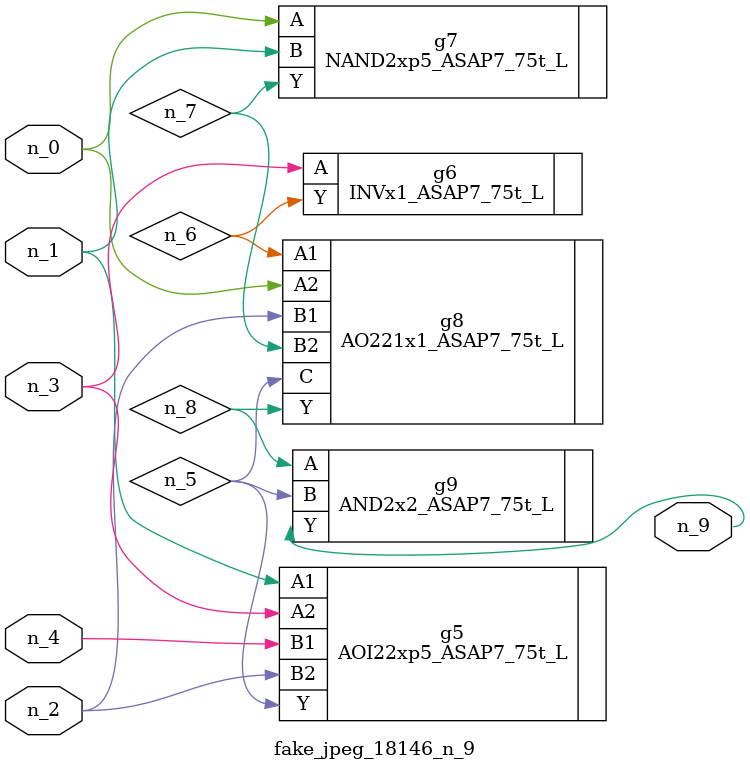
<source format=v>
module fake_jpeg_18146_n_9 (n_3, n_2, n_1, n_0, n_4, n_9);

input n_3;
input n_2;
input n_1;
input n_0;
input n_4;

output n_9;

wire n_8;
wire n_6;
wire n_5;
wire n_7;

AOI22xp5_ASAP7_75t_L g5 ( 
.A1(n_1),
.A2(n_3),
.B1(n_4),
.B2(n_2),
.Y(n_5)
);

INVx1_ASAP7_75t_L g6 ( 
.A(n_3),
.Y(n_6)
);

NAND2xp5_ASAP7_75t_L g7 ( 
.A(n_0),
.B(n_1),
.Y(n_7)
);

AO221x1_ASAP7_75t_L g8 ( 
.A1(n_6),
.A2(n_0),
.B1(n_2),
.B2(n_7),
.C(n_5),
.Y(n_8)
);

AND2x2_ASAP7_75t_L g9 ( 
.A(n_8),
.B(n_5),
.Y(n_9)
);


endmodule
</source>
